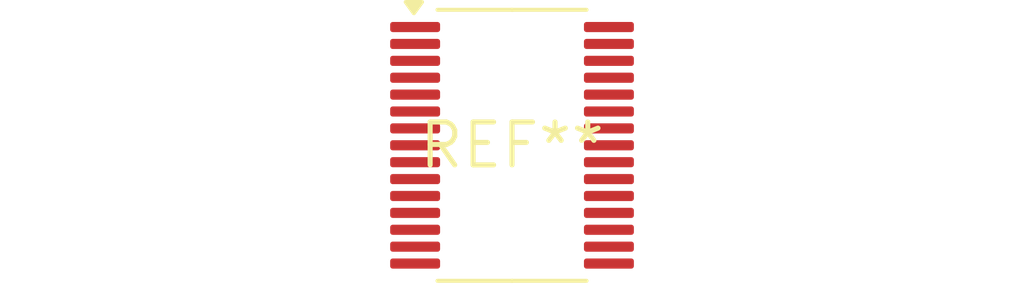
<source format=kicad_pcb>
(kicad_pcb (version 20240108) (generator pcbnew)
  (layers (0 "F.Cu" signal) (31 "B.Cu" signal) (34 "B.Paste" user) (35 "F.Paste" user) (36 "B.SilkS" user "B.Silkscreen") (37 "F.SilkS" user "F.Silkscreen") (38 "B.Mask" user) (39 "F.Mask" user) (44 "Edge.Cuts" user))
  (net 0 "")
  (footprint "TSSOP-30_4.4x7.8mm_P0.5mm" (layer "F.Cu") (at 0 0)
    (property "Reference" "REF**")
    (property "Value" "TSSOP-30_4.4x7.8mm_P0.5mm")
    (fp_line (start 0 -4.01) (end -2.2 -4.01) (layer "F.SilkS") (stroke (width 0.12)))
    (fp_line (start 0 -4.01) (end 2.2 -4.01) (layer "F.SilkS") (stroke (width 0.12)))
    (fp_line (start 0 4.01) (end -2.2 4.01) (layer "F.SilkS") (stroke (width 0.12)))
    (fp_line (start 0 4.01) (end 2.2 4.01) (layer "F.SilkS") (stroke (width 0.12)))
    (fp_poly (pts (xy -2.9 -3.91) (xy -3.14 -4.24) (xy -2.66 -4.24) (xy -2.9 -3.91)) (layer "F.SilkS") (stroke (width 0.12)) (fill solid))
    (pad "1" smd roundrect (at -2.8625 -3.5) (size 1.475 0.3) (layers "F.Cu" "F.Paste" "F.Mask"))
    (pad "2" smd roundrect (at -2.8625 -3) (size 1.475 0.3) (layers "F.Cu" "F.Paste" "F.Mask"))
    (pad "3" smd roundrect (at -2.8625 -2.5) (size 1.475 0.3) (layers "F.Cu" "F.Paste" "F.Mask"))
    (pad "4" smd roundrect (at -2.8625 -2) (size 1.475 0.3) (layers "F.Cu" "F.Paste" "F.Mask"))
    (pad "5" smd roundrect (at -2.8625 -1.5) (size 1.475 0.3) (layers "F.Cu" "F.Paste" "F.Mask"))
    (pad "6" smd roundrect (at -2.8625 -1) (size 1.475 0.3) (layers "F.Cu" "F.Paste" "F.Mask"))
    (pad "7" smd roundrect (at -2.8625 -0.5) (size 1.475 0.3) (layers "F.Cu" "F.Paste" "F.Mask"))
    (pad "8" smd roundrect (at -2.8625 0) (size 1.475 0.3) (layers "F.Cu" "F.Paste" "F.Mask"))
    (pad "9" smd roundrect (at -2.8625 0.5) (size 1.475 0.3) (layers "F.Cu" "F.Paste" "F.Mask"))
    (pad "10" smd roundrect (at -2.8625 1) (size 1.475 0.3) (layers "F.Cu" "F.Paste" "F.Mask"))
    (pad "11" smd roundrect (at -2.8625 1.5) (size 1.475 0.3) (layers "F.Cu" "F.Paste" "F.Mask"))
    (pad "12" smd roundrect (at -2.8625 2) (size 1.475 0.3) (layers "F.Cu" "F.Paste" "F.Mask"))
    (pad "13" smd roundrect (at -2.8625 2.5) (size 1.475 0.3) (layers "F.Cu" "F.Paste" "F.Mask"))
    (pad "14" smd roundrect (at -2.8625 3) (size 1.475 0.3) (layers "F.Cu" "F.Paste" "F.Mask"))
    (pad "15" smd roundrect (at -2.8625 3.5) (size 1.475 0.3) (layers "F.Cu" "F.Paste" "F.Mask"))
    (pad "16" smd roundrect (at 2.8625 3.5) (size 1.475 0.3) (layers "F.Cu" "F.Paste" "F.Mask"))
    (pad "17" smd roundrect (at 2.8625 3) (size 1.475 0.3) (layers "F.Cu" "F.Paste" "F.Mask"))
    (pad "18" smd roundrect (at 2.8625 2.5) (size 1.475 0.3) (layers "F.Cu" "F.Paste" "F.Mask"))
    (pad "19" smd roundrect (at 2.8625 2) (size 1.475 0.3) (layers "F.Cu" "F.Paste" "F.Mask"))
    (pad "20" smd roundrect (at 2.8625 1.5) (size 1.475 0.3) (layers "F.Cu" "F.Paste" "F.Mask"))
    (pad "21" smd roundrect (at 2.8625 1) (size 1.475 0.3) (layers "F.Cu" "F.Paste" "F.Mask"))
    (pad "22" smd roundrect (at 2.8625 0.5) (size 1.475 0.3) (layers "F.Cu" "F.Paste" "F.Mask"))
    (pad "23" smd roundrect (at 2.8625 0) (size 1.475 0.3) (layers "F.Cu" "F.Paste" "F.Mask"))
    (pad "24" smd roundrect (at 2.8625 -0.5) (size 1.475 0.3) (layers "F.Cu" "F.Paste" "F.Mask"))
    (pad "25" smd roundrect (at 2.8625 -1) (size 1.475 0.3) (layers "F.Cu" "F.Paste" "F.Mask"))
    (pad "26" smd roundrect (at 2.8625 -1.5) (size 1.475 0.3) (layers "F.Cu" "F.Paste" "F.Mask"))
    (pad "27" smd roundrect (at 2.8625 -2) (size 1.475 0.3) (layers "F.Cu" "F.Paste" "F.Mask"))
    (pad "28" smd roundrect (at 2.8625 -2.5) (size 1.475 0.3) (layers "F.Cu" "F.Paste" "F.Mask"))
    (pad "29" smd roundrect (at 2.8625 -3) (size 1.475 0.3) (layers "F.Cu" "F.Paste" "F.Mask"))
    (pad "30" smd roundrect (at 2.8625 -3.5) (size 1.475 0.3) (layers "F.Cu" "F.Paste" "F.Mask"))
  )
)
</source>
